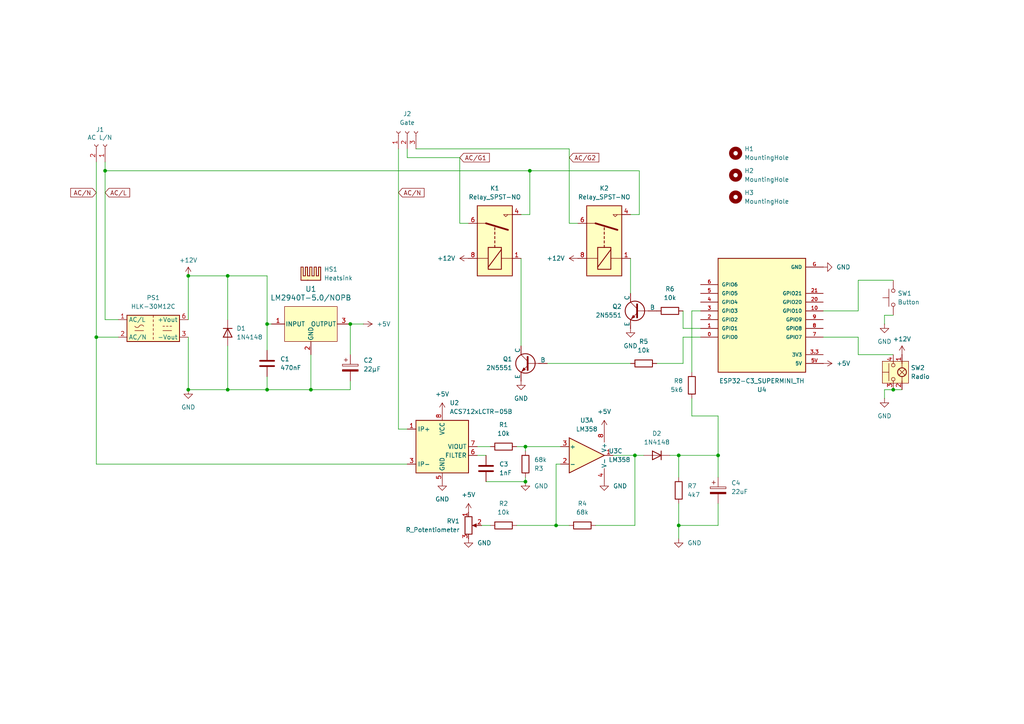
<source format=kicad_sch>
(kicad_sch (version 20250114) (generator "eeschema") (generator_version "9.0")
  (paper "A4")
  (lib_symbols
    (symbol "Amplifier_Operational:LM358" (pin_names (offset 0.127))
      (property "Reference" "U" (at 0 5.08 0))
      (property "Value" "LM358" (at 0 -5.08 0))
      (symbol "LM358_1_1"
        (polyline (pts (xy -5.08 5.08) (xy 5.08 0) (xy -5.08 -5.08) (xy -5.08 5.08)) (stroke (width 0.254)) (fill (type background)))
        (pin input line (at -7.62 2.54 0) (length 2.54) (name "+") (number "3"))
        (pin input line (at -7.62 -2.54 0) (length 2.54) (name "-") (number "2"))
        (pin output line (at 7.62 0 180) (length 2.54) (name "~") (number "1"))
      )
      (symbol "LM358_2_1"
        (polyline (pts (xy -5.08 5.08) (xy 5.08 0) (xy -5.08 -5.08) (xy -5.08 5.08)) (stroke (width 0.254)) (fill (type background)))
        (pin input line (at -7.62 2.54 0) (length 2.54) (name "+") (number "5"))
        (pin input line (at -7.62 -2.54 0) (length 2.54) (name "-") (number "6"))
        (pin output line (at 7.62 0 180) (length 2.54) (name "~") (number "7"))
      )
      (symbol "LM358_3_1"
        (pin power_in line (at -2.54 7.62 270) (length 3.81) (name "V+") (number "8"))
        (pin power_in line (at -2.54 -7.62 90) (length 3.81) (name "V-") (number "4"))
      )
    )
    (symbol "Connector:Conn_01x02_Socket" (pin_names (offset 1.016) (hide yes))
      (property "Reference" "J" (at 0 2.54 0))
      (property "Value" "Conn_01x02_Socket" (at 0 -5.08 0))
      (symbol "Conn_01x02_Socket_1_1"
        (polyline (pts (xy -1.27 0) (xy -0.508 0)) (stroke (width 0.1524)))
        (polyline (pts (xy -1.27 -2.54) (xy -0.508 -2.54)) (stroke (width 0.1524)))
        (arc (start 0 -0.508) (mid -0.5058 0) (end 0 0.508) (stroke (width 0.1524)))
        (arc (start 0 -3.048) (mid -0.5058 -2.54) (end 0 -2.032) (stroke (width 0.1524)))
        (pin passive line (at -5.08 0 0) (length 3.81) (name "Pin_1") (number "1"))
        (pin passive line (at -5.08 -2.54 0) (length 3.81) (name "Pin_2") (number "2"))
      )
    )
    (symbol "Connector:Conn_01x03_Socket" (pin_names (offset 1.016) (hide yes))
      (property "Reference" "J" (at 0 5.08 0))
      (property "Value" "Conn_01x03_Socket" (at 0 -5.08 0))
      (symbol "Conn_01x03_Socket_1_1"
        (polyline (pts (xy -1.27 2.54) (xy -0.508 2.54)) (stroke (width 0.1524)))
        (polyline (pts (xy -1.27 0) (xy -0.508 0)) (stroke (width 0.1524)))
        (polyline (pts (xy -1.27 -2.54) (xy -0.508 -2.54)) (stroke (width 0.1524)))
        (arc (start 0 2.032) (mid -0.5058 2.54) (end 0 3.048) (stroke (width 0.1524)))
        (arc (start 0 -0.508) (mid -0.5058 0) (end 0 0.508) (stroke (width 0.1524)))
        (arc (start 0 -3.048) (mid -0.5058 -2.54) (end 0 -2.032) (stroke (width 0.1524)))
        (pin passive line (at -5.08 2.54 0) (length 3.81) (name "Pin_1") (number "1"))
        (pin passive line (at -5.08 0 0) (length 3.81) (name "Pin_2") (number "2"))
        (pin passive line (at -5.08 -2.54 0) (length 3.81) (name "Pin_3") (number "3"))
      )
    )
    (symbol "Converter_ACDC:HLK-30M12C"
      (property "Reference" "PS" (at 0 5.08 0))
      (property "Value" "HLK-30M12C" (at 0 -5.08 0))
      (symbol "HLK-30M12C_0_1"
        (rectangle (start -7.62 3.81) (end 7.62 -3.81) (stroke (width 0.254)) (fill (type background)))
        (polyline (pts (xy -5.334 -0.635) (xy -2.794 -0.635)))
        (arc (start -4.064 0.635) (mid -4.699 0.2495) (end -5.334 0.635))
        (arc (start -4.064 0.635) (mid -3.429 1.0072) (end -2.794 0.635))
        (polyline (pts (xy 0 3.81) (xy 0 3.175)))
        (polyline (pts (xy 0 2.54) (xy 0 1.905)))
        (polyline (pts (xy 0 1.27) (xy 0 0.635)))
        (polyline (pts (xy 0 0) (xy 0 -0.635)))
        (polyline (pts (xy 0 -1.27) (xy 0 -1.905)))
        (polyline (pts (xy 0 -2.54) (xy 0 -3.175)))
        (polyline (pts (xy 2.794 0.635) (xy 3.302 0.635)))
        (polyline (pts (xy 2.794 -0.635) (xy 5.334 -0.635)))
        (polyline (pts (xy 3.81 0.635) (xy 4.318 0.635)))
        (polyline (pts (xy 4.826 0.635) (xy 5.334 0.635)))
      )
      (symbol "HLK-30M12C_1_1"
        (pin power_in line (at -10.16 2.54 0) (length 2.54) (name "AC/L") (number "1"))
        (pin power_in line (at -10.16 -2.54 0) (length 2.54) (name "AC/N") (number "2"))
        (pin power_out line (at 10.16 2.54 180) (length 2.54) (name "+Vout") (number "6"))
        (pin power_out line (at 10.16 -2.54 180) (length 2.54) (name "-Vout") (number "3"))
      )
    )
    (symbol "Device:C" (pin_numbers (hide yes)) (pin_names (offset 0.254))
      (property "Reference" "C" (at 0.635 2.54 0))
      (property "Value" "C" (at 0.635 -2.54 0))
      (symbol "C_0_1"
        (polyline (pts (xy -2.032 0.762) (xy 2.032 0.762)) (stroke (width 0.508)))
        (polyline (pts (xy -2.032 -0.762) (xy 2.032 -0.762)) (stroke (width 0.508)))
      )
      (symbol "C_1_1"
        (pin passive line (at 0 3.81 270) (length 2.794) (name "~") (number "1"))
        (pin passive line (at 0 -3.81 90) (length 2.794) (name "~") (number "2"))
      )
    )
    (symbol "Device:C_Polarized" (pin_numbers (hide yes)) (pin_names (offset 0.254))
      (property "Reference" "C" (at 0.635 2.54 0))
      (property "Value" "C_Polarized" (at 0.635 -2.54 0))
      (symbol "C_Polarized_0_1"
        (rectangle (start -2.286 0.508) (end 2.286 1.016))
        (polyline (pts (xy -1.778 2.286) (xy -0.762 2.286)))
        (polyline (pts (xy -1.27 2.794) (xy -1.27 1.778)))
        (rectangle (start 2.286 -0.508) (end -2.286 -1.016) (fill (type outline)))
      )
      (symbol "C_Polarized_1_1"
        (pin passive line (at 0 3.81 270) (length 2.794) (name "~") (number "1"))
        (pin passive line (at 0 -3.81 90) (length 2.794) (name "~") (number "2"))
      )
    )
    (symbol "Device:D" (pin_numbers (hide yes)) (pin_names (offset 1.016) (hide yes))
      (property "Reference" "D" (at 0 2.54 0))
      (property "Value" "D" (at 0 -2.54 0))
      (symbol "D_0_1"
        (polyline (pts (xy -1.27 1.27) (xy -1.27 -1.27)) (stroke (width 0.254)))
        (polyline (pts (xy 1.27 1.27) (xy 1.27 -1.27) (xy -1.27 0) (xy 1.27 1.27)) (stroke (width 0.254)))
        (polyline (pts (xy 1.27 0) (xy -1.27 0)))
      )
      (symbol "D_1_1"
        (pin passive line (at -3.81 0 0) (length 2.54) (name "K") (number "1"))
        (pin passive line (at 3.81 0 180) (length 2.54) (name "A") (number "2"))
      )
    )
    (symbol "Device:R" (pin_numbers (hide yes)) (pin_names (offset 0))
      (property "Reference" "R" (at 2.032 0 90))
      (property "Value" "R" (at 0 0 90))
      (symbol "R_0_1"
        (rectangle (start -1.016 -2.54) (end 1.016 2.54) (stroke (width 0.254)))
      )
      (symbol "R_1_1"
        (pin passive line (at 0 3.81 270) (length 1.27) (name "~") (number "1"))
        (pin passive line (at 0 -3.81 90) (length 1.27) (name "~") (number "2"))
      )
    )
    (symbol "Device:R_Potentiometer" (pin_names (offset 1.016) (hide yes))
      (property "Reference" "RV" (at -4.445 0 90))
      (property "Value" "R_Potentiometer" (at -2.54 0 90))
      (symbol "R_Potentiometer_0_1"
        (rectangle (start 1.016 2.54) (end -1.016 -2.54) (stroke (width 0.254)))
        (polyline (pts (xy 1.143 0) (xy 2.286 0.508) (xy 2.286 -0.508) (xy 1.143 0)) (fill (type outline)))
        (polyline (pts (xy 2.54 0) (xy 1.524 0)))
      )
      (symbol "R_Potentiometer_1_1"
        (pin passive line (at 0 3.81 270) (length 1.27) (name "1") (number "1"))
        (pin passive line (at 0 -3.81 90) (length 1.27) (name "3") (number "3"))
        (pin passive line (at 3.81 0 180) (length 1.27) (name "2") (number "2"))
      )
    )
    (symbol "ESP32-C3_SUPERMINI:ESP32-C3_SUPERMINI_TH" (pin_names (offset 1.016))
      (property "Reference" "U" (at -12.7 16.002 0))
      (property "Value" "ESP32-C3_SUPERMINI_TH" (at -12.7 -20.32 0))
      (symbol "ESP32-C3_SUPERMINI_TH_0_0"
        (rectangle (start -12.7 -17.78) (end 12.7 15.24) (stroke (width 0.254)) (fill (type background)))
        (pin bidirectional line (at -17.78 5.08 0) (length 5.08) (name "GPIO0") (number "0"))
        (pin bidirectional line (at -17.78 2.54 0) (length 5.08) (name "GPIO1") (number "1"))
        (pin bidirectional line (at -17.78 0 0) (length 5.08) (name "GPIO2") (number "2"))
        (pin bidirectional line (at -17.78 -2.54 0) (length 5.08) (name "GPIO3") (number "3"))
        (pin bidirectional line (at -17.78 -5.08 0) (length 5.08) (name "GPIO4") (number "4"))
        (pin bidirectional line (at -17.78 -7.62 0) (length 5.08) (name "GPIO5") (number "5"))
        (pin bidirectional line (at -17.78 -10.16 0) (length 5.08) (name "GPIO6") (number "6"))
        (pin power_in line (at 17.78 12.7 180) (length 5.08) (name "5V") (number "5V"))
        (pin power_in line (at 17.78 10.16 180) (length 5.08) (name "3V3") (number "3.3"))
        (pin bidirectional line (at 17.78 5.08 180) (length 5.08) (name "GPIO7") (number "7"))
        (pin bidirectional line (at 17.78 2.54 180) (length 5.08) (name "GPIO8") (number "8"))
        (pin bidirectional line (at 17.78 0 180) (length 5.08) (name "GPIO9") (number "9"))
        (pin bidirectional line (at 17.78 -2.54 180) (length 5.08) (name "GPIO10") (number "10"))
        (pin bidirectional line (at 17.78 -5.08 180) (length 5.08) (name "GPIO20") (number "20"))
        (pin bidirectional line (at 17.78 -7.62 180) (length 5.08) (name "GPIO21") (number "21"))
        (pin power_in line (at 17.78 -15.24 180) (length 5.08) (name "GND") (number "G"))
      )
    )
    (symbol "Mechanical:Heatsink" (pin_names (offset 1.016))
      (property "Reference" "HS" (at 0 5.08 0))
      (property "Value" "Heatsink" (at 0 -1.27 0))
      (symbol "Heatsink_0_1"
        (polyline (pts (xy -0.3302 1.27) (xy -0.9652 1.27) (xy -0.9652 3.81) (xy -1.6002 3.81) (xy -1.6002 1.27) (xy -2.2352 1.27) (xy -2.2352 3.81) (xy -2.8702 3.81) (xy -2.8702 0) (xy -0.9652 0)) (stroke (width 0.254)) (fill (type background)))
        (polyline (pts (xy -0.3302 1.27) (xy -0.3302 3.81) (xy 0.3048 3.81) (xy 0.3048 1.27) (xy 0.9398 1.27) (xy 0.9398 3.81) (xy 1.5748 3.81) (xy 1.5748 1.27) (xy 2.2098 1.27) (xy 2.2098 3.81) (xy 2.8448 3.81) (xy 2.8448 0) (xy -0.9652 0)) (stroke (width 0.254)) (fill (type background)))
      )
    )
    (symbol "Mechanical:MountingHole" (pin_names (offset 1.016)) (in_bom no)
      (property "Reference" "H" (at 0 5.08 0))
      (property "Value" "MountingHole" (at 0 3.175 0))
      (symbol "MountingHole_0_1"
        (circle (center 0 0) (radius 1.27) (stroke (width 1.27)))
      )
    )
    (symbol "NPN_1" (pin_numbers (hide yes)) (pin_names (offset 0))
      (property "Reference" "Q1" (at 5.08 1.2701 0))
      (property "Value" "2N5551" (at 5.08 -1.2699 0))
      (symbol "NPN_1_0_1"
        (polyline (pts (xy -2.54 0) (xy 0.635 0)) (stroke (width 0.1524)))
        (polyline (pts (xy 0.635 1.905) (xy 0.635 -1.905) (xy 0.635 -1.905)) (stroke (width 0.508)))
        (polyline (pts (xy 0.635 0.635) (xy 2.54 2.54)))
        (polyline (pts (xy 0.635 -0.635) (xy 2.54 -2.54) (xy 2.54 -2.54)))
        (circle (center 1.27 0) (radius 2.8194) (stroke (width 0.254)))
        (polyline (pts (xy 1.27 -1.778) (xy 1.778 -1.27) (xy 2.286 -2.286) (xy 1.27 -1.778) (xy 1.27 -1.778)) (fill (type outline)))
        (polyline (pts (xy 2.794 -1.27) (xy 2.794 -1.27)) (stroke (width 0.1524)))
        (polyline (pts (xy 2.794 -1.27) (xy 2.794 -1.27)) (stroke (width 0.1524)))
      )
      (symbol "NPN_1_1_1"
        (pin input line (at -5.08 0 0) (length 2.54) (name "B") (number "2"))
        (pin open_collector line (at 2.54 5.08 270) (length 2.54) (name "C") (number "3"))
        (pin open_emitter line (at 2.54 -5.08 90) (length 2.54) (name "E") (number "1"))
      )
    )
    (symbol "Relay:Relay_SPST-NO"
      (property "Reference" "K?" (at 15.24 0 90))
      (property "Value" "Relay_SPST-NO" (at 12.7 0 90))
      (symbol "Relay_SPST-NO_0_0"
        (polyline (pts (xy 7.62 5.08) (xy 7.62 2.54) (xy 6.985 3.175) (xy 7.62 3.81)))
      )
      (symbol "Relay_SPST-NO_0_1"
        (rectangle (start -10.16 5.08) (end 10.16 -5.08) (stroke (width 0.254)) (fill (type background)))
        (rectangle (start -8.255 1.905) (end -1.905 -1.905) (stroke (width 0.254)))
        (polyline (pts (xy -7.62 -1.905) (xy -2.54 1.905)) (stroke (width 0.254)))
        (polyline (pts (xy -5.08 5.08) (xy -5.08 1.905)))
        (polyline (pts (xy -5.08 -5.08) (xy -5.08 -1.905)))
        (polyline (pts (xy -1.905 0) (xy -1.27 0)) (stroke (width 0.254)))
        (polyline (pts (xy -0.635 0) (xy 0 0)) (stroke (width 0.254)))
        (polyline (pts (xy 0.635 0) (xy 1.27 0)) (stroke (width 0.254)))
        (polyline (pts (xy 1.905 0) (xy 2.54 0)) (stroke (width 0.254)))
        (polyline (pts (xy 3.175 0) (xy 3.81 0)) (stroke (width 0.254)))
        (polyline (pts (xy 5.08 -2.54) (xy 3.175 3.81)) (stroke (width 0.508)))
        (polyline (pts (xy 5.08 -2.54) (xy 5.08 -5.08)))
      )
      (symbol "Relay_SPST-NO_1_1"
        (pin passive line (at -5.08 7.62 270) (length 2.54) (name "~") (number "1"))
        (pin passive line (at -5.08 -7.62 90) (length 2.54) (name "~") (number "8"))
        (pin passive line (at 5.08 -7.62 90) (length 2.54) (name "~") (number "6"))
        (pin passive line (at 7.62 7.62 270) (length 2.54) (name "~") (number "4"))
      )
    )
    (symbol "Sensor_Current:ACS712xLCTR-05B"
      (property "Reference" "U" (at 2.54 11.43 0))
      (property "Value" "ACS712xLCTR-05B" (at 2.54 8.89 0))
      (symbol "ACS712xLCTR-05B_0_1"
        (rectangle (start -7.62 7.62) (end 7.62 -7.62) (stroke (width 0.254)) (fill (type background)))
      )
      (symbol "ACS712xLCTR-05B_1_1"
        (pin passive line (at -10.16 5.08 0) (length 2.54) (name "IP+") (number "1"))
        (pin passive line (at -10.16 5.08 0) (length 2.54) (hide yes) (name "IP+") (number "2"))
        (pin passive line (at -10.16 -5.08 0) (length 2.54) (name "IP-") (number "3"))
        (pin passive line (at -10.16 -5.08 0) (length 2.54) (hide yes) (name "IP-") (number "4"))
        (pin power_in line (at 0 10.16 270) (length 2.54) (name "VCC") (number "8"))
        (pin power_in line (at 0 -10.16 90) (length 2.54) (name "GND") (number "5"))
        (pin output line (at 10.16 0 180) (length 2.54) (name "VIOUT") (number "7"))
        (pin passive line (at 10.16 -2.54 180) (length 2.54) (name "FILTER") (number "6"))
      )
    )
    (symbol "Simulation_SPICE:NPN" (pin_numbers (hide yes)) (pin_names (offset 0))
      (property "Reference" "Q2" (at 5.08 1.2701 0))
      (property "Value" "2N5551" (at 5.08 -1.2699 0))
      (symbol "NPN_0_1"
        (polyline (pts (xy -2.54 0) (xy 0.635 0)) (stroke (width 0.1524)))
        (polyline (pts (xy 0.635 1.905) (xy 0.635 -1.905) (xy 0.635 -1.905)) (stroke (width 0.508)))
        (polyline (pts (xy 0.635 0.635) (xy 2.54 2.54)))
        (polyline (pts (xy 0.635 -0.635) (xy 2.54 -2.54) (xy 2.54 -2.54)))
        (circle (center 1.27 0) (radius 2.8194) (stroke (width 0.254)))
        (polyline (pts (xy 1.27 -1.778) (xy 1.778 -1.27) (xy 2.286 -2.286) (xy 1.27 -1.778) (xy 1.27 -1.778)) (fill (type outline)))
        (polyline (pts (xy 2.794 -1.27) (xy 2.794 -1.27)) (stroke (width 0.1524)))
        (polyline (pts (xy 2.794 -1.27) (xy 2.794 -1.27)) (stroke (width 0.1524)))
      )
      (symbol "NPN_1_1"
        (pin input line (at -5.08 0 0) (length 2.54) (name "B") (number "2"))
        (pin open_collector line (at 2.54 5.08 270) (length 2.54) (name "C") (number "3"))
        (pin open_emitter line (at 2.54 -5.08 90) (length 2.54) (name "E") (number "1"))
      )
    )
    (symbol "Switch:SW_Push" (pin_numbers (hide yes)) (pin_names (offset 1.016) (hide yes))
      (property "Reference" "SW" (at 1.27 2.54 0))
      (property "Value" "SW_Push" (at 0 -1.524 0))
      (symbol "SW_Push_0_1"
        (circle (center -2.032 0) (radius 0.508))
        (polyline (pts (xy 0 1.27) (xy 0 3.048)))
        (circle (center 2.032 0) (radius 0.508))
        (polyline (pts (xy 2.54 1.27) (xy -2.54 1.27)))
        (pin passive line (at -5.08 0 0) (length 2.54) (name "1") (number "1"))
        (pin passive line (at 5.08 0 180) (length 2.54) (name "2") (number "2"))
      )
    )
    (symbol "Switch:SW_Push_Lamp" (pin_names (offset 1.016) (hide yes))
      (property "Reference" "SW2" (at 1.2701 -2.54 90))
      (property "Value" "Radio" (at -1.2699 -2.54 90))
      (symbol "SW_Push_Lamp_0_1"
        (polyline (pts (xy -2.54 0) (xy -1.27 0)))
        (circle (center -2.032 2.54) (radius 0.508))
        (polyline (pts (xy -0.889 -0.889) (xy 0.889 0.889)))
        (polyline (pts (xy 0 3.81) (xy 0 5.588)))
        (circle (center 0 0) (radius 1.27) (stroke (width 0.254)))
        (polyline (pts (xy 0.889 -0.889) (xy -0.889 0.889)))
        (circle (center 2.032 2.54) (radius 0.508))
        (polyline (pts (xy 2.54 3.81) (xy -2.54 3.81)))
        (polyline (pts (xy 2.54 0) (xy 1.27 0)))
        (pin passive line (at -5.08 2.54 0) (length 2.54) (name "1") (number "3"))
        (pin passive line (at -5.08 0 0) (length 2.54) (name "L") (number "2"))
        (pin passive line (at 5.08 2.54 180) (length 2.54) (name "2") (number "4"))
        (pin passive line (at 5.08 0 180) (length 2.54) (name "L") (number "1"))
      )
      (symbol "SW_Push_Lamp_1_1"
        (rectangle (start -3.175 5.715) (end 3.175 -1.905) (fill (type background)))
      )
    )
    (symbol "Voltage_Regulator:LM2940T-5.0_NOPB" (pin_names (offset 0.254))
      (property "Reference" "U" (at 11.43 9.906 0))
      (property "Value" "LM2940T-5.0/NOPB" (at 11.684 6.858 0))
      (symbol "LM2940T-5.0_NOPB_0_1"
        (pin power_in line (at 0 0 0) (length 3.81) (name "INPUT") (number "1"))
        (pin power_in line (at 11.43 -8.89 90) (length 3.81) (name "GND") (number "2"))
        (pin output line (at 22.86 0 180) (length 3.81) (name "OUTPUT") (number "3"))
      )
      (symbol "LM2940T-5.0_NOPB_1_1"
        (rectangle (start 3.81 5.08) (end 19.05 -5.08) (fill (type background)))
      )
    )
    (symbol "power:+5V" (power) (pin_numbers (hide yes)) (pin_names (offset 0) (hide yes))
      (property "Value" "+5V" (at 0 3.556 0))
      (symbol "+5V_0_1"
        (polyline (pts (xy -0.762 1.27) (xy 0 2.54)))
        (polyline (pts (xy 0 2.54) (xy 0.762 1.27)))
        (polyline (pts (xy 0 0) (xy 0 2.54)))
      )
      (symbol "+5V_1_1"
        (pin power_in line (at 0 0 90) (length 0) (name "~") (number "1"))
      )
    )
    (symbol "power:+6V" (power) (pin_numbers (hide yes)) (pin_names (offset 0) (hide yes))
      (property "Value" "+6V" (at 0 3.556 0))
      (symbol "+6V_0_1"
        (polyline (pts (xy -0.762 1.27) (xy 0 2.54)))
        (polyline (pts (xy 0 2.54) (xy 0.762 1.27)))
        (polyline (pts (xy 0 0) (xy 0 2.54)))
      )
      (symbol "+6V_1_1"
        (pin power_in line (at 0 0 90) (length 0) (name "~") (number "1"))
      )
    )
    (symbol "power:GND" (power) (pin_numbers (hide yes)) (pin_names (offset 0) (hide yes))
      (property "Value" "GND" (at 0 -3.81 0))
      (symbol "GND_0_1"
        (polyline (pts (xy 0 0) (xy 0 -1.27) (xy 1.27 -1.27) (xy 0 -2.54) (xy -1.27 -1.27) (xy 0 -1.27)))
      )
      (symbol "GND_1_1"
        (pin power_in line (at 0 0 270) (length 0) (name "~") (number "1"))
      )
    )
  )
  (junction (at 77.47 93.98))
  (junction (at 77.47 113.03))
  (junction (at 54.61 80.01))
  (junction (at 208.28 132.08))
  (junction (at 66.04 80.01))
  (junction (at 90.17 113.03))
  (junction (at 259.08 113.03))
  (junction (at 152.4 129.54))
  (junction (at 161.29 152.4))
  (junction (at 184.15 132.08))
  (junction (at 54.61 113.03))
  (junction (at 153.67 49.53))
  (junction (at 196.85 132.08))
  (junction (at 152.4 139.7))
  (junction (at 30.48 49.53))
  (junction (at 66.04 113.03))
  (junction (at 27.94 97.79))
  (junction (at 196.85 152.4))
  (junction (at 101.6 93.98))
  (wire (pts (xy 153.67 49.53) (xy 185.42 49.53)))
  (wire (pts (xy 248.92 81.28) (xy 259.08 81.28)))
  (wire (pts (xy 208.28 120.65) (xy 208.28 132.08)))
  (wire (pts (xy 90.17 102.87) (xy 90.17 113.03)))
  (wire (pts (xy 115.57 43.18) (xy 115.57 124.46)))
  (wire (pts (xy 139.7 152.4) (xy 142.24 152.4)))
  (wire (pts (xy 161.29 134.62) (xy 161.29 152.4)))
  (wire (pts (xy 66.04 80.01) (xy 77.47 80.01)))
  (wire (pts (xy 54.61 80.01) (xy 66.04 80.01)))
  (wire (pts (xy 185.42 62.23) (xy 182.88 62.23)))
  (wire (pts (xy 152.4 138.43) (xy 152.4 139.7)))
  (wire (pts (xy 77.47 93.98) (xy 77.47 101.6)))
  (wire (pts (xy 115.57 124.46) (xy 118.11 124.46)))
  (wire (pts (xy 54.61 97.79) (xy 54.61 113.03)))
  (wire (pts (xy 203.2 95.25) (xy 198.12 95.25)))
  (wire (pts (xy 190.5 105.41) (xy 198.12 105.41)))
  (wire (pts (xy 259.08 113.03) (xy 256.54 113.03)))
  (wire (pts (xy 198.12 97.79) (xy 203.2 97.79)))
  (wire (pts (xy 78.74 93.98) (xy 77.47 93.98)))
  (wire (pts (xy 196.85 146.05) (xy 196.85 152.4)))
  (wire (pts (xy 248.92 97.79) (xy 248.92 102.87)))
  (wire (pts (xy 200.66 107.95) (xy 200.66 90.17)))
  (wire (pts (xy 200.66 115.57) (xy 200.66 120.65)))
  (wire (pts (xy 158.75 105.41) (xy 182.88 105.41)))
  (wire (pts (xy 101.6 110.49) (xy 101.6 113.03)))
  (wire (pts (xy 151.13 62.23) (xy 153.67 62.23)))
  (wire (pts (xy 259.08 91.44) (xy 256.54 91.44)))
  (wire (pts (xy 256.54 113.03) (xy 256.54 115.57)))
  (wire (pts (xy 161.29 152.4) (xy 165.1 152.4)))
  (wire (pts (xy 101.6 93.98) (xy 101.6 102.87)))
  (wire (pts (xy 135.89 64.77) (xy 133.35 64.77)))
  (wire (pts (xy 149.86 129.54) (xy 152.4 129.54)))
  (wire (pts (xy 208.28 132.08) (xy 196.85 132.08)))
  (wire (pts (xy 77.47 109.22) (xy 77.47 113.03)))
  (wire (pts (xy 27.94 46.99) (xy 27.94 97.79)))
  (wire (pts (xy 101.6 93.98) (xy 105.41 93.98)))
  (wire (pts (xy 259.08 113.03) (xy 261.62 113.03)))
  (wire (pts (xy 259.08 102.87) (xy 248.92 102.87)))
  (wire (pts (xy 198.12 97.79) (xy 198.12 105.41)))
  (wire (pts (xy 118.11 45.72) (xy 118.11 43.18)))
  (wire (pts (xy 198.12 90.17) (xy 198.12 95.25)))
  (wire (pts (xy 54.61 113.03) (xy 66.04 113.03)))
  (wire (pts (xy 27.94 134.62) (xy 27.94 97.79)))
  (wire (pts (xy 196.85 132.08) (xy 194.31 132.08)))
  (wire (pts (xy 167.64 64.77) (xy 165.1 64.77)))
  (wire (pts (xy 184.15 132.08) (xy 184.15 152.4)))
  (wire (pts (xy 256.54 91.44) (xy 256.54 93.98)))
  (wire (pts (xy 172.72 152.4) (xy 184.15 152.4)))
  (wire (pts (xy 66.04 100.33) (xy 66.04 113.03)))
  (wire (pts (xy 30.48 49.53) (xy 30.48 92.71)))
  (wire (pts (xy 238.76 90.17) (xy 248.92 90.17)))
  (wire (pts (xy 66.04 80.01) (xy 66.04 92.71)))
  (wire (pts (xy 138.43 129.54) (xy 142.24 129.54)))
  (wire (pts (xy 101.6 113.03) (xy 90.17 113.03)))
  (wire (pts (xy 177.8 132.08) (xy 184.15 132.08)))
  (wire (pts (xy 208.28 152.4) (xy 208.28 146.05)))
  (wire (pts (xy 238.76 97.79) (xy 248.92 97.79)))
  (wire (pts (xy 200.66 120.65) (xy 208.28 120.65)))
  (wire (pts (xy 27.94 97.79) (xy 34.29 97.79)))
  (wire (pts (xy 133.35 45.72) (xy 133.35 64.77)))
  (wire (pts (xy 138.43 132.08) (xy 140.97 132.08)))
  (wire (pts (xy 196.85 156.21) (xy 196.85 152.4)))
  (wire (pts (xy 149.86 152.4) (xy 161.29 152.4)))
  (wire (pts (xy 184.15 132.08) (xy 186.69 132.08)))
  (wire (pts (xy 77.47 113.03) (xy 66.04 113.03)))
  (wire (pts (xy 208.28 132.08) (xy 208.28 138.43)))
  (wire (pts (xy 140.97 139.7) (xy 152.4 139.7)))
  (wire (pts (xy 248.92 81.28) (xy 248.92 90.17)))
  (wire (pts (xy 133.35 45.72) (xy 118.11 45.72)))
  (wire (pts (xy 161.29 134.62) (xy 162.56 134.62)))
  (wire (pts (xy 153.67 49.53) (xy 153.67 62.23)))
  (wire (pts (xy 200.66 90.17) (xy 203.2 90.17)))
  (wire (pts (xy 54.61 92.71) (xy 54.61 80.01)))
  (wire (pts (xy 30.48 49.53) (xy 30.48 46.99)))
  (wire (pts (xy 34.29 92.71) (xy 30.48 92.71)))
  (wire (pts (xy 152.4 129.54) (xy 162.56 129.54)))
  (wire (pts (xy 165.1 43.18) (xy 165.1 64.77)))
  (wire (pts (xy 151.13 74.93) (xy 151.13 100.33)))
  (wire (pts (xy 196.85 132.08) (xy 196.85 138.43)))
  (wire (pts (xy 27.94 134.62) (xy 118.11 134.62)))
  (wire (pts (xy 120.65 43.18) (xy 165.1 43.18)))
  (wire (pts (xy 77.47 80.01) (xy 77.47 93.98)))
  (wire (pts (xy 152.4 129.54) (xy 152.4 130.81)))
  (wire (pts (xy 182.88 74.93) (xy 182.88 85.09)))
  (wire (pts (xy 30.48 49.53) (xy 153.67 49.53)))
  (wire (pts (xy 77.47 113.03) (xy 90.17 113.03)))
  (wire (pts (xy 196.85 152.4) (xy 208.28 152.4)))
  (wire (pts (xy 185.42 49.53) (xy 185.42 62.23)))
  (global_label "AC{slash}N" (shape input) (at 27.94 55.88 180) (property "Intersheetrefs" "${INTERSHEET_REFS}" (effects (hide yes))))
  (global_label "AC{slash}L" (shape input) (at 30.48 55.88 0) (property "Intersheetrefs" "${INTERSHEET_REFS}" (effects (hide yes))))
  (global_label "AC{slash}G2" (shape input) (at 165.1 45.72 0) (property "Intersheetrefs" "${INTERSHEET_REFS}" (effects (hide yes))))
  (global_label "AC{slash}N" (shape input) (at 115.57 55.88 0) (property "Intersheetrefs" "${INTERSHEET_REFS}" (effects (hide yes))))
  (global_label "AC{slash}G1" (shape input) (at 133.35 45.72 0) (property "Intersheetrefs" "${INTERSHEET_REFS}" (effects (hide yes))))
  (symbol (lib_id "power:+5V") (at 135.89 148.59 0) (unit 1)
    (property "Reference" "#PWR07" (effects (hide yes)))
    (property "Value" "+5V" (at 135.89 143.51 0))
    (property "Description" "Power symbol creates a global label with name \"+5V\"" (effects (hide yes)))
  )
  (symbol (lib_id "Relay:Relay_SPST-NO") (at 143.51 69.85 270) (mirror x) (unit 1)
    (property "Reference" "K1" (at 143.51 54.61 90))
    (property "Value" "Relay_SPST-NO" (at 143.51 57.15 90))
    (property "Footprint" "Relay_THT:Relay_SPST_Panasonic_JW1_FormA" (effects (hide yes)))
    (property "Description" "Relay SPST, normally open, EN50005" (effects (hide yes)))
  )
  (symbol (lib_id "Device:D") (at 66.04 96.52 90) (mirror x) (unit 1)
    (property "Reference" "D1" (at 68.58 95.2499 90) (effects (justify right)))
    (property "Value" "1N4148" (at 68.58 97.7899 90) (effects (justify right)))
    (property "Footprint" "Diode_THT:D_DO-35_SOD27_P7.62mm_Horizontal" (effects (hide yes)))
    (property "Description" "Diode" (effects (hide yes)))
    (property "Sim.Device" "D" (effects (hide yes)))
    (property "Sim.Pins" "1=K 2=A" (effects (hide yes)))
  )
  (symbol (lib_id "power:GND") (at 256.54 115.57 0) (unit 1)
    (property "Reference" "#PWR018" (effects (hide yes)))
    (property "Value" "GND" (at 256.54 120.65 0))
    (property "Description" "Power symbol creates a global label with name \"GND\" , ground" (effects (hide yes)))
  )
  (symbol (lib_id "power:GND") (at 256.54 93.98 0) (unit 1)
    (property "Reference" "#PWR017" (effects (hide yes)))
    (property "Value" "GND" (at 256.54 99.06 0))
    (property "Description" "Power symbol creates a global label with name \"GND\" , ground" (effects (hide yes)))
  )
  (symbol (lib_id "Device:R") (at 146.05 129.54 90) (unit 1)
    (property "Reference" "R1" (at 146.05 123.19 90))
    (property "Value" "10k" (at 146.05 125.73 90))
    (property "Footprint" "Resistor_THT:R_Axial_DIN0207_L6.3mm_D2.5mm_P7.62mm_Horizontal" (effects (hide yes)))
    (property "Description" "Resistor" (effects (hide yes)))
  )
  (symbol (lib_id "Device:R") (at 196.85 142.24 0) (unit 1)
    (property "Reference" "R7" (at 199.39 140.9699 0) (effects (justify left)))
    (property "Value" "4k7" (at 199.39 143.5099 0) (effects (justify left)))
    (property "Footprint" "Resistor_THT:R_Axial_DIN0207_L6.3mm_D2.5mm_P7.62mm_Horizontal" (effects (hide yes)))
    (property "Description" "Resistor" (effects (hide yes)))
  )
  (symbol (lib_id "power:GND") (at 196.85 156.21 0) (unit 1)
    (property "Reference" "#PWR020" (effects (hide yes)))
    (property "Value" "GND" (at 199.39 157.4799 0) (effects (justify left)))
    (property "Description" "Power symbol creates a global label with name \"GND\" , ground" (effects (hide yes)))
  )
  (symbol (lib_id "Device:R") (at 146.05 152.4 270) (mirror x) (unit 1)
    (property "Reference" "R2" (at 146.05 146.05 90))
    (property "Value" "10k" (at 146.05 148.59 90))
    (property "Footprint" "Resistor_THT:R_Axial_DIN0207_L6.3mm_D2.5mm_P7.62mm_Horizontal" (effects (hide yes)))
    (property "Description" "Resistor" (effects (hide yes)))
  )
  (symbol (lib_id "Connector:Conn_01x03_Socket") (at 118.11 38.1 90) (unit 1)
    (property "Reference" "J2" (at 118.11 33.02 90))
    (property "Value" "Gate" (at 118.11 35.56 90))
    (property "Footprint" "TerminalBlock_MetzConnect:TerminalBlock_MetzConnect_Type101_RT01603HBWC_1x03_P5.08mm_Horizontal" (effects (hide yes)))
    (property "Description" "Generic connector, single row, 01x03, script generated" (effects (hide yes)))
  )
  (symbol (lib_id "Mechanical:MountingHole") (at 213.36 44.45 0) (unit 1) (in_bom no)
    (property "Reference" "H1" (at 215.9 43.1799 0) (effects (justify left)))
    (property "Value" "MountingHole" (at 215.9 45.7199 0) (effects (justify left)))
    (property "Footprint" "MountingHole:MountingHole_3.5mm" (effects (hide yes)))
    (property "Description" "Mounting Hole without connection" (effects (hide yes)))
  )
  (symbol (lib_id "ESP32-C3_SUPERMINI:ESP32-C3_SUPERMINI_TH") (at 220.98 92.71 0) (mirror x) (unit 1)
    (property "Reference" "U4" (at 220.98 113.03 0))
    (property "Value" "ESP32-C3_SUPERMINI_TH" (at 220.98 110.49 0))
    (property "Footprint" "ESP32-C3_SUPERMINI:MODULE_ESP32-C3_SUPERMINI_TH" (effects (hide yes)))
    (property "MF" "Espressif Systems" (effects (hide yes)))
    (property "MAXIMUM_PACKAGE_HEIGHT" "4.2mm" (effects (hide yes)))
    (property "Package" "Package" (effects (hide yes)))
    (property "Price" "None" (effects (hide yes)))
    (property "Check_prices" "https://www.snapeda.com/parts/ESP32-C3%20SuperMini_TH/Espressif+Systems/view-part/?ref=eda" (effects (hide yes)))
    (property "STANDARD" "Manufacturer Recommendations" (effects (hide yes)))
    (property "SnapEDA_Link" "https://www.snapeda.com/parts/ESP32-C3%20SuperMini_TH/Espressif+Systems/view-part/?ref=snap" (effects (hide yes)))
    (property "MP" "ESP32-C3 SuperMini_TH" (effects (hide yes)))
    (property "Description_1" "Super tiny ESP32-C3 board" (effects (hide yes)))
    (property "Availability" "Not in stock" (effects (hide yes)))
    (property "MANUFACTURER" "Espressif" (effects (hide yes)))
  )
  (symbol (lib_id "Device:R") (at 152.4 134.62 0) (mirror x) (unit 1)
    (property "Reference" "R3" (at 154.94 135.8901 0) (effects (justify left)))
    (property "Value" "68k" (at 154.94 133.3501 0) (effects (justify left)))
    (property "Footprint" "Resistor_THT:R_Axial_DIN0207_L6.3mm_D2.5mm_P7.62mm_Horizontal" (effects (hide yes)))
    (property "Description" "Resistor" (effects (hide yes)))
  )
  (symbol (lib_id "Simulation_SPICE:NPN") (at 185.42 90.17 0) (mirror y) (unit 1)
    (property "Reference" "Q2" (at 180.34 88.8999 0) (effects (justify left)))
    (property "Value" "2N5551" (at 180.34 91.4399 0) (effects (justify left)))
    (property "Footprint" "Package_TO_SOT_THT:TO-92_Inline" (effects (hide yes)))
    (property "Datasheet" "https://ngspice.sourceforge.io/docs/ngspice-html-manual/manual.xhtml#cha_BJTs" (effects (hide yes)))
    (property "Description" "Bipolar transistor symbol for simulation only, substrate tied to the emitter" (effects (hide yes)))
    (property "Sim.Device" "NPN" (effects (hide yes)))
    (property "Sim.Type" "GUMMELPOON" (effects (hide yes)))
    (property "Sim.Pins" "1=C 2=B 3=E" (effects (hide yes)))
  )
  (symbol (lib_name "NPN_1") (lib_id "Simulation_SPICE:NPN") (at 153.67 105.41 0) (mirror y) (unit 1)
    (property "Reference" "Q1" (at 148.59 104.1399 0) (effects (justify left)))
    (property "Value" "2N5551" (at 148.59 106.6799 0) (effects (justify left)))
    (property "Footprint" "Package_TO_SOT_THT:TO-92_Inline" (effects (hide yes)))
    (property "Datasheet" "https://ngspice.sourceforge.io/docs/ngspice-html-manual/manual.xhtml#cha_BJTs" (effects (hide yes)))
    (property "Description" "Bipolar transistor symbol for simulation only, substrate tied to the emitter" (effects (hide yes)))
    (property "Sim.Device" "NPN" (effects (hide yes)))
    (property "Sim.Type" "GUMMELPOON" (effects (hide yes)))
    (property "Sim.Pins" "1=C 2=B 3=E" (effects (hide yes)))
  )
  (symbol (lib_id "Device:R") (at 200.66 111.76 0) (mirror y) (unit 1)
    (property "Reference" "R8" (at 198.12 110.4899 0) (effects (justify left)))
    (property "Value" "5k6" (at 198.12 113.0299 0) (effects (justify left)))
    (property "Footprint" "Resistor_THT:R_Axial_DIN0207_L6.3mm_D2.5mm_P7.62mm_Horizontal" (effects (hide yes)))
    (property "Description" "Resistor" (effects (hide yes)))
  )
  (symbol (lib_id "power:+6V") (at 54.61 80.01 0) (unit 1)
    (property "Reference" "#PWR01" (effects (hide yes)))
    (property "Value" "+12V" (at 54.6101 76.2 0) (effects (justify bottom)))
    (property "Description" "Power symbol creates a global label with name \"+6V\"" (effects (hide yes)))
  )
  (symbol (lib_id "Converter_ACDC:HLK-30M12C") (at 44.45 95.25 0) (unit 1)
    (property "Reference" "PS1" (at 44.45 86.36 0))
    (property "Value" "HLK-30M12C" (at 44.45 88.9 0))
    (property "Footprint" "Converter_ACDC:Converter_ACDC_Hi-Link_HLK-30Mxx" (effects (hide yes)))
    (property "Datasheet" "https://h.hlktech.com/download/ACDC%E7%94%B5%E6%BA%90%E6%A8%A1%E5%9D%9730W%E7%B3%BB%E5%88%97/1/%E6%B5%B7%E5%87%8C%E7%A7%9130WC%E7%B3%BB%E5%88%97%E7%94%B5%E6%BA%90%E6%A8%A1%E5%9D%97%E8%A7%84%E6%A0%BC%E4%B9%A6V1.2.pdf" (effects (hide yes)))
    (property "Description" "Compact AC/DC board mount power module 30W 12V" (effects (hide yes)))
  )
  (symbol (lib_id "Device:C_Polarized") (at 101.6 106.68 0) (unit 1)
    (property "Reference" "C2" (at 105.41 104.5209 0) (effects (justify left)))
    (property "Value" "22µF" (at 105.41 107.0609 0) (effects (justify left)))
    (property "Footprint" "Capacitor_THT:CP_Radial_Tantal_D4.5mm_P2.50mm" (effects (hide yes)))
    (property "Description" "Polarized capacitor" (effects (hide yes)))
  )
  (symbol (lib_id "power:+6V") (at 261.62 102.87 0) (unit 1)
    (property "Reference" "#PWR019" (effects (hide yes)))
    (property "Value" "+12V" (at 261.6201 99.06 0) (effects (justify bottom)))
    (property "Description" "Power symbol creates a global label with name \"+6V\"" (effects (hide yes)))
  )
  (symbol (lib_id "Switch:SW_Push") (at 259.08 86.36 90) (unit 1)
    (property "Reference" "SW1" (at 260.35 85.0899 90) (effects (justify right)))
    (property "Value" "Button" (at 260.35 87.6299 90) (effects (justify right)))
    (property "Footprint" "TerminalBlock_MetzConnect:TerminalBlock_MetzConnect_Type101_RT01602HBWC_1x02_P5.08mm_Horizontal" (effects (hide yes)))
    (property "Description" "Push button switch, generic, two pins" (effects (hide yes)))
  )
  (symbol (lib_id "power:GND") (at 182.88 95.25 0) (unit 1)
    (property "Reference" "#PWR014" (effects (hide yes)))
    (property "Value" "GND" (at 182.88 100.33 0))
    (property "Description" "Power symbol creates a global label with name \"GND\" , ground" (effects (hide yes)))
  )
  (symbol (lib_id "power:GND") (at 128.27 139.7 0) (unit 1)
    (property "Reference" "#PWR05" (effects (hide yes)))
    (property "Value" "GND" (at 128.27 144.78 0))
    (property "Description" "Power symbol creates a global label with name \"GND\" , ground" (effects (hide yes)))
  )
  (symbol (lib_id "power:GND") (at 151.13 110.49 0) (unit 1)
    (property "Reference" "#PWR09" (effects (hide yes)))
    (property "Value" "GND" (at 151.13 115.57 0))
    (property "Description" "Power symbol creates a global label with name \"GND\" , ground" (effects (hide yes)))
  )
  (symbol (lib_id "power:GND") (at 135.89 156.21 0) (unit 1)
    (property "Reference" "#PWR08" (effects (hide yes)))
    (property "Value" "GND" (at 138.43 157.4799 0) (effects (justify left)))
    (property "Description" "Power symbol creates a global label with name \"GND\" , ground" (effects (hide yes)))
  )
  (symbol (lib_id "power:GND") (at 175.26 139.7 0) (unit 1)
    (property "Reference" "#PWR013" (effects (hide yes)))
    (property "Value" "GND" (at 177.8 140.9699 0) (effects (justify left)))
    (property "Description" "Power symbol creates a global label with name \"GND\" , ground" (effects (hide yes)))
  )
  (symbol (lib_id "Device:R_Potentiometer") (at 135.89 152.4 0) (unit 1)
    (property "Reference" "RV1" (at 133.35 151.1299 0) (effects (justify right)))
    (property "Value" "R_Potentiometer" (at 133.35 153.6699 0) (effects (justify right)))
    (property "Footprint" "Potentiometer_THT:Potentiometer_Runtron_RM-065_Vertical" (effects (hide yes)))
    (property "Description" "Potentiometer" (effects (hide yes)))
  )
  (symbol (lib_id "power:GND") (at 238.76 77.47 90) (unit 1)
    (property "Reference" "#PWR016" (effects (hide yes)))
    (property "Value" "GND" (at 242.57 77.4699 90) (effects (justify right)))
    (property "Description" "Power symbol creates a global label with name \"GND\" , ground" (effects (hide yes)))
  )
  (symbol (lib_id "Device:D") (at 190.5 132.08 0) (mirror y) (unit 1)
    (property "Reference" "D2" (at 190.5 125.73 0))
    (property "Value" "1N4148" (at 190.5 128.27 0))
    (property "Footprint" "Diode_THT:D_DO-35_SOD27_P7.62mm_Horizontal" (effects (hide yes)))
    (property "Description" "Diode" (effects (hide yes)))
    (property "Sim.Device" "D" (effects (hide yes)))
    (property "Sim.Pins" "1=K 2=A" (effects (hide yes)))
  )
  (symbol (lib_id "Device:C") (at 77.47 105.41 0) (unit 1)
    (property "Reference" "C1" (at 81.28 104.1399 0) (effects (justify left)))
    (property "Value" "470nF" (at 81.28 106.6799 0) (effects (justify left)))
    (property "Footprint" "Capacitor_THT:C_Disc_D4.3mm_W1.9mm_P5.00mm" (effects (hide yes)))
    (property "Description" "Unpolarized capacitor" (effects (hide yes)))
  )
  (symbol (lib_id "Device:C_Polarized") (at 208.28 142.24 0) (unit 1)
    (property "Reference" "C4" (at 212.09 140.0809 0) (effects (justify left)))
    (property "Value" "22uF" (at 212.09 142.6209 0) (effects (justify left)))
    (property "Footprint" "Capacitor_THT:CP_Radial_Tantal_D4.5mm_P2.50mm" (effects (hide yes)))
    (property "Description" "Polarized capacitor" (effects (hide yes)))
  )
  (symbol (lib_id "power:+5V") (at 175.26 124.46 0) (unit 1)
    (property "Reference" "#PWR012" (effects (hide yes)))
    (property "Value" "+5V" (at 175.26 119.38 0))
    (property "Description" "Power symbol creates a global label with name \"+5V\"" (effects (hide yes)))
  )
  (symbol (lib_id "Mechanical:MountingHole") (at 213.36 57.15 0) (unit 1) (in_bom no)
    (property "Reference" "H3" (at 215.9 55.8799 0) (effects (justify left)))
    (property "Value" "MountingHole" (at 215.9 58.4199 0) (effects (justify left)))
    (property "Footprint" "MountingHole:MountingHole_3.5mm" (effects (hide yes)))
    (property "Description" "Mounting Hole without connection" (effects (hide yes)))
  )
  (symbol (lib_id "Switch:SW_Push_Lamp") (at 261.62 107.95 90) (unit 1)
    (property "Reference" "SW2" (at 264.16 106.6799 90) (effects (justify right)))
    (property "Value" "Radio" (at 264.16 109.2199 90) (effects (justify right)))
    (property "Footprint" "TerminalBlock_MetzConnect:TerminalBlock_MetzConnect_Type101_RT01604HBWC_1x04_P5.08mm_Horizontal" (effects (hide yes)))
    (property "Description" "Push button switch with Signal Lamp, generic" (effects (hide yes)))
  )
  (symbol (lib_id "Sensor_Current:ACS712xLCTR-05B") (at 128.27 129.54 0) (unit 1)
    (property "Reference" "U2" (at 130.4133 116.84 0) (effects (justify left)))
    (property "Value" "ACS712xLCTR-05B" (at 130.4133 119.38 0) (effects (justify left)))
    (property "Footprint" "Package_SO:SOIC-8_3.9x4.9mm_P1.27mm" (effects (hide yes)))
    (property "Datasheet" "http://www.allegromicro.com/~/media/Files/Datasheets/ACS712-Datasheet.ashx?la=en" (effects (hide yes)))
    (property "Description" "±5A Bidirectional Hall-Effect Current Sensor, +5.0V supply, 185mV/A, SOIC-8" (effects (hide yes)))
  )
  (symbol (lib_id "Device:R") (at 168.91 152.4 270) (mirror x) (unit 1)
    (property "Reference" "R4" (at 168.91 146.05 90))
    (property "Value" "68k" (at 168.91 148.59 90))
    (property "Footprint" "Resistor_THT:R_Axial_DIN0207_L6.3mm_D2.5mm_P7.62mm_Horizontal" (effects (hide yes)))
    (property "Description" "Resistor" (effects (hide yes)))
  )
  (symbol (lib_id "power:GND") (at 152.4 139.7 0) (unit 1)
    (property "Reference" "#PWR010" (effects (hide yes)))
    (property "Value" "GND" (at 154.94 140.9699 0) (effects (justify left)))
    (property "Description" "Power symbol creates a global label with name \"GND\" , ground" (effects (hide yes)))
  )
  (symbol (lib_id "power:+5V") (at 238.76 105.41 270) (unit 1)
    (property "Reference" "#PWR015" (effects (hide yes)))
    (property "Value" "+5V" (at 242.57 105.4099 90) (effects (justify left)))
    (property "Description" "Power symbol creates a global label with name \"+5V\"" (effects (hide yes)))
  )
  (symbol (lib_id "Amplifier_Operational:LM358") (at 177.8 132.08 0) (unit 3)
    (property "Reference" "U3" (at 176.53 130.8099 0) (effects (justify left)))
    (property "Value" "LM358" (at 176.53 133.3499 0) (effects (justify left)))
    (property "Footprint" "Package_DIP:DIP-8_W7.62mm" (effects (hide yes)))
    (property "Datasheet" "http://www.ti.com/lit/ds/symlink/lm2904-n.pdf" (effects (hide yes)))
    (property "Description" "Low-Power, Dual Operational Amplifiers, DIP-8/SOIC-8/TO-99-8" (effects (hide yes)))
  )
  (symbol (lib_id "power:+5V") (at 105.41 93.98 270) (unit 1)
    (property "Reference" "#PWR03" (effects (hide yes)))
    (property "Value" "+5V" (at 109.22 93.9799 90) (effects (justify left)))
    (property "Description" "Power symbol creates a global label with name \"+5V\"" (effects (hide yes)))
  )
  (symbol (lib_id "power:+5V") (at 128.27 119.38 0) (unit 1)
    (property "Reference" "#PWR04" (effects (hide yes)))
    (property "Value" "+5V" (at 128.27 114.3 0))
    (property "Description" "Power symbol creates a global label with name \"+5V\"" (effects (hide yes)))
  )
  (symbol (lib_id "Connector:Conn_01x02_Socket") (at 30.48 41.91 270) (mirror x) (unit 1)
    (property "Reference" "J1" (at 30.226 37.592 90) (effects (justify right)))
    (property "Value" "AC L/N" (at 28.956 39.878 90))
    (property "Footprint" "TerminalBlock_MetzConnect:TerminalBlock_MetzConnect_Type101_RT01602HBWC_1x02_P5.08mm_Horizontal" (effects (hide yes)))
    (property "Description" "Generic connector, single row, 01x02, script generated" (effects (hide yes)))
  )
  (symbol (lib_id "Relay:Relay_SPST-NO") (at 175.26 69.85 270) (mirror x) (unit 1)
    (property "Reference" "K2" (at 175.26 54.61 90))
    (property "Value" "Relay_SPST-NO" (at 175.26 57.15 90))
    (property "Footprint" "Relay_THT:Relay_SPST_Panasonic_JW1_FormA" (effects (hide yes)))
    (property "Description" "Relay SPST, normally open, EN50005" (effects (hide yes)))
  )
  (symbol (lib_id "power:GND") (at 54.61 113.03 0) (unit 1)
    (property "Reference" "#PWR02" (effects (hide yes)))
    (property "Value" "GND" (at 54.61 118.11 0))
    (property "Description" "Power symbol creates a global label with name \"GND\" , ground" (effects (hide yes)))
  )
  (symbol (lib_id "Mechanical:Heatsink") (at 90.17 81.28 0) (unit 1)
    (property "Reference" "HS1" (at 93.98 78.1049 0) (effects (justify left)))
    (property "Value" "Heatsink" (at 93.98 80.6449 0) (effects (justify left)))
    (property "Footprint" "Custom:Heatsink_T8WC_TO-220" (effects (hide yes)))
    (property "Description" "Heatsink" (effects (hide yes)))
  )
  (symbol (lib_id "Device:R") (at 186.69 105.41 90) (unit 1)
    (property "Reference" "R5" (at 186.69 99.06 90))
    (property "Value" "10k" (at 186.69 101.6 90))
    (property "Footprint" "Resistor_THT:R_Axial_DIN0207_L6.3mm_D2.5mm_P7.62mm_Horizontal" (effects (hide yes)))
    (property "Description" "Resistor" (effects (hide yes)))
    (property "Sim.Device" "R" (effects (hide yes)))
    (property "Sim.Pins" "1=+ 2=-" (effects (hide yes)))
  )
  (symbol (lib_id "Mechanical:MountingHole") (at 213.36 50.8 0) (unit 1) (in_bom no)
    (property "Reference" "H2" (at 215.9 49.5299 0) (effects (justify left)))
    (property "Value" "MountingHole" (at 215.9 52.0699 0) (effects (justify left)))
    (property "Footprint" "MountingHole:MountingHole_3.5mm" (effects (hide yes)))
    (property "Description" "Mounting Hole without connection" (effects (hide yes)))
  )
  (symbol (lib_id "Amplifier_Operational:LM358") (at 170.18 132.08 0) (unit 1)
    (property "Reference" "U3" (at 170.18 121.92 0))
    (property "Value" "LM358" (at 170.18 124.46 0))
    (property "Footprint" "Package_DIP:DIP-8_W7.62mm" (effects (hide yes)))
    (property "Datasheet" "http://www.ti.com/lit/ds/symlink/lm2904-n.pdf" (effects (hide yes)))
    (property "Description" "Low-Power, Dual Operational Amplifiers, DIP-8/SOIC-8/TO-99-8" (effects (hide yes)))
  )
  (symbol (lib_id "Device:C") (at 140.97 135.89 0) (unit 1)
    (property "Reference" "C3" (at 144.78 134.6199 0) (effects (justify left)))
    (property "Value" "1nF" (at 144.78 137.1599 0) (effects (justify left)))
    (property "Footprint" "Capacitor_THT:C_Disc_D4.3mm_W1.9mm_P5.00mm" (effects (hide yes)))
    (property "Description" "Unpolarized capacitor" (effects (hide yes)))
  )
  (symbol (lib_id "Voltage_Regulator:LM2940T-5.0_NOPB") (at 78.74 93.98 0) (unit 1)
    (property "Reference" "U1" (at 90.17 83.82 0) (effects (font (size 1.524 1.524))))
    (property "Value" "LM2940T-5.0/NOPB" (at 90.17 86.36 0) (effects (font (size 1.524 1.524))))
    (property "Footprint" "Package_TO_SOT_THT:TO-220-3_Vertical" (effects (hide yes)))
    (property "Datasheet" "LM2940T-5.0/NOPB" (effects (hide yes)))
  )
  (symbol (lib_id "power:+6V") (at 167.64 74.93 90) (unit 1)
    (property "Reference" "#PWR011" (effects (hide yes)))
    (property "Value" "+12V" (at 163.83 74.9299 90) (effects (justify left)))
    (property "Description" "Power symbol creates a global label with name \"+6V\"" (effects (hide yes)))
  )
  (symbol (lib_id "power:+6V") (at 135.89 74.93 90) (unit 1)
    (property "Reference" "#PWR06" (effects (hide yes)))
    (property "Value" "+12V" (at 132.08 74.9299 90) (effects (justify left)))
    (property "Description" "Power symbol creates a global label with name \"+6V\"" (effects (hide yes)))
  )
  (symbol (lib_id "Device:R") (at 194.31 90.17 90) (unit 1)
    (property "Reference" "R6" (at 194.31 83.82 90))
    (property "Value" "10k" (at 194.31 86.36 90))
    (property "Footprint" "Resistor_THT:R_Axial_DIN0207_L6.3mm_D2.5mm_P7.62mm_Horizontal" (effects (hide yes)))
    (property "Description" "Resistor" (effects (hide yes)))
    (property "Sim.Device" "R" (effects (hide yes)))
    (property "Sim.Pins" "1=+ 2=-" (effects (hide yes)))
  )
)
</source>
